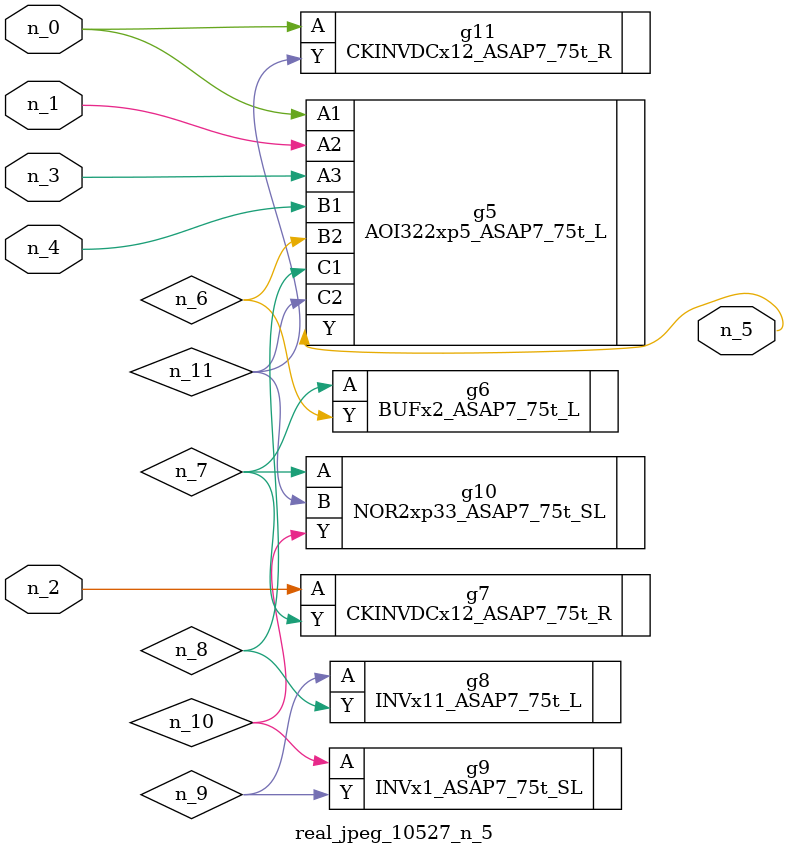
<source format=v>
module real_jpeg_10527_n_5 (n_4, n_0, n_1, n_2, n_3, n_5);

input n_4;
input n_0;
input n_1;
input n_2;
input n_3;

output n_5;

wire n_8;
wire n_11;
wire n_6;
wire n_7;
wire n_10;
wire n_9;

AOI322xp5_ASAP7_75t_L g5 ( 
.A1(n_0),
.A2(n_1),
.A3(n_3),
.B1(n_4),
.B2(n_6),
.C1(n_8),
.C2(n_11),
.Y(n_5)
);

CKINVDCx12_ASAP7_75t_R g11 ( 
.A(n_0),
.Y(n_11)
);

CKINVDCx12_ASAP7_75t_R g7 ( 
.A(n_2),
.Y(n_7)
);

BUFx2_ASAP7_75t_L g6 ( 
.A(n_7),
.Y(n_6)
);

NOR2xp33_ASAP7_75t_SL g10 ( 
.A(n_7),
.B(n_11),
.Y(n_10)
);

INVx11_ASAP7_75t_L g8 ( 
.A(n_9),
.Y(n_8)
);

INVx1_ASAP7_75t_SL g9 ( 
.A(n_10),
.Y(n_9)
);


endmodule
</source>
